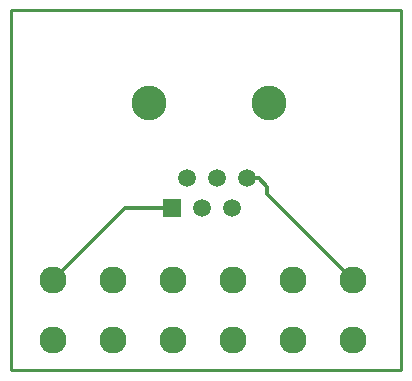
<source format=gbl>
%FSLAX23Y23*%
%MOIN*%
G70*
G01*
G75*
G04 Layer_Physical_Order=2*
G04 Layer_Color=16711680*
%ADD10C,0.012*%
%ADD11C,0.010*%
%ADD12R,0.059X0.059*%
%ADD13C,0.059*%
%ADD14C,0.116*%
%ADD15C,0.090*%
D10*
X140Y300D02*
X380Y540D01*
X535D01*
X785Y640D02*
X825D01*
X852Y613D01*
Y588D02*
Y613D01*
Y588D02*
X1140Y300D01*
D11*
X0Y0D02*
X1300D01*
Y1200D01*
X0D02*
X1300D01*
X0Y0D02*
Y1200D01*
D12*
X535Y540D02*
D03*
D13*
X785Y640D02*
D03*
X735Y540D02*
D03*
X635D02*
D03*
X685Y640D02*
D03*
X585D02*
D03*
D14*
X460Y890D02*
D03*
X860D02*
D03*
D15*
X140Y300D02*
D03*
X340D02*
D03*
X540D02*
D03*
X740D02*
D03*
X940D02*
D03*
X1140D02*
D03*
Y100D02*
D03*
X940D02*
D03*
X740D02*
D03*
X540D02*
D03*
X340D02*
D03*
X140D02*
D03*
M02*

</source>
